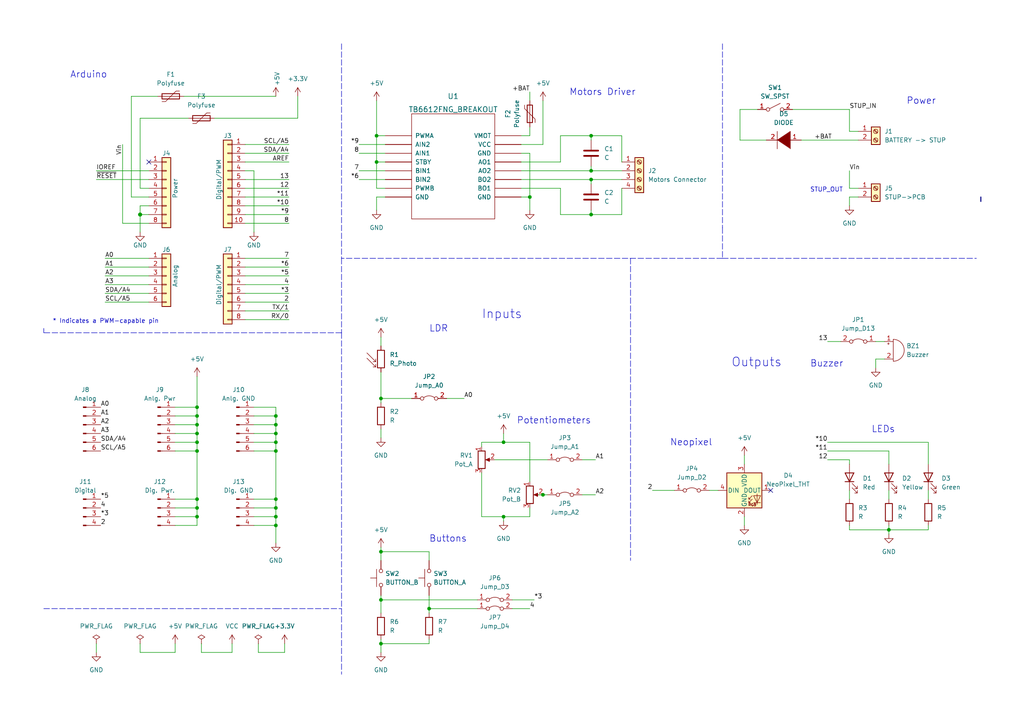
<source format=kicad_sch>
(kicad_sch (version 20211123) (generator eeschema)
  (paper "A4")
  (title_block (date "mar. 31 mars 2015"))
  (lib_symbols
    (symbol "Connector:Conn_01x04_Male" (pin_names (offset 1.016) hide)
      (property "Reference" "J" (at 0 5.08 0))
      (property "Value" "Conn_01x04_Male" (at 0 -7.62 0))
      (symbol "Conn_01x04_Male_1_1"
        (polyline (pts (xy 1.27 -5.08) (xy 0.8636 -5.08)) (stroke (width 0.1524)))
        (polyline (pts (xy 1.27 -2.54) (xy 0.8636 -2.54)) (stroke (width 0.1524)))
        (polyline (pts (xy 1.27 0) (xy 0.8636 0)) (stroke (width 0.1524)))
        (polyline (pts (xy 1.27 2.54) (xy 0.8636 2.54)) (stroke (width 0.1524)))
        (rectangle (start 0.8636 -4.953) (end 0 -5.207) (stroke (width 0.1524)) (fill (type outline)))
        (rectangle (start 0.8636 -2.413) (end 0 -2.667) (stroke (width 0.1524)) (fill (type outline)))
        (rectangle (start 0.8636 0.127) (end 0 -0.127) (stroke (width 0.1524)) (fill (type outline)))
        (rectangle (start 0.8636 2.667) (end 0 2.413) (stroke (width 0.1524)) (fill (type outline)))
        (pin passive line (at 5.08 2.54 180) (length 3.81) (name "Pin_1") (number "1"))
        (pin passive line (at 5.08 0 180) (length 3.81) (name "Pin_2") (number "2"))
        (pin passive line (at 5.08 -2.54 180) (length 3.81) (name "Pin_3") (number "3"))
        (pin passive line (at 5.08 -5.08 180) (length 3.81) (name "Pin_4") (number "4"))
      )
    )
    (symbol "Connector:Conn_01x06_Male" (pin_names (offset 1.016) hide)
      (property "Reference" "J" (at 0 7.62 0))
      (property "Value" "Conn_01x06_Male" (at 0 -10.16 0))
      (symbol "Conn_01x06_Male_1_1"
        (polyline (pts (xy 1.27 -7.62) (xy 0.8636 -7.62)) (stroke (width 0.1524)))
        (polyline (pts (xy 1.27 -5.08) (xy 0.8636 -5.08)) (stroke (width 0.1524)))
        (polyline (pts (xy 1.27 -2.54) (xy 0.8636 -2.54)) (stroke (width 0.1524)))
        (polyline (pts (xy 1.27 0) (xy 0.8636 0)) (stroke (width 0.1524)))
        (polyline (pts (xy 1.27 2.54) (xy 0.8636 2.54)) (stroke (width 0.1524)))
        (polyline (pts (xy 1.27 5.08) (xy 0.8636 5.08)) (stroke (width 0.1524)))
        (rectangle (start 0.8636 -7.493) (end 0 -7.747) (stroke (width 0.1524)) (fill (type outline)))
        (rectangle (start 0.8636 -4.953) (end 0 -5.207) (stroke (width 0.1524)) (fill (type outline)))
        (rectangle (start 0.8636 -2.413) (end 0 -2.667) (stroke (width 0.1524)) (fill (type outline)))
        (rectangle (start 0.8636 0.127) (end 0 -0.127) (stroke (width 0.1524)) (fill (type outline)))
        (rectangle (start 0.8636 2.667) (end 0 2.413) (stroke (width 0.1524)) (fill (type outline)))
        (rectangle (start 0.8636 5.207) (end 0 4.953) (stroke (width 0.1524)) (fill (type outline)))
        (pin passive line (at 5.08 5.08 180) (length 3.81) (name "Pin_1") (number "1"))
        (pin passive line (at 5.08 2.54 180) (length 3.81) (name "Pin_2") (number "2"))
        (pin passive line (at 5.08 0 180) (length 3.81) (name "Pin_3") (number "3"))
        (pin passive line (at 5.08 -2.54 180) (length 3.81) (name "Pin_4") (number "4"))
        (pin passive line (at 5.08 -5.08 180) (length 3.81) (name "Pin_5") (number "5"))
        (pin passive line (at 5.08 -7.62 180) (length 3.81) (name "Pin_6") (number "6"))
      )
    )
    (symbol "Connector:Screw_Terminal_01x02" (pin_names (offset 1.016) hide)
      (property "Reference" "J" (at 0 2.54 0))
      (property "Value" "Screw_Terminal_01x02" (at 0 -5.08 0))
      (symbol "Screw_Terminal_01x02_1_1"
        (rectangle (start -1.27 1.27) (end 1.27 -3.81) (stroke (width 0.254)) (fill (type background)))
        (circle (center 0 -2.54) (radius 0.635) (stroke (width 0.1524)))
        (polyline (pts (xy -0.5334 -2.2098) (xy 0.3302 -3.048)) (stroke (width 0.1524)))
        (polyline (pts (xy -0.5334 0.3302) (xy 0.3302 -0.508)) (stroke (width 0.1524)))
        (polyline (pts (xy -0.3556 -2.032) (xy 0.508 -2.8702)) (stroke (width 0.1524)))
        (polyline (pts (xy -0.3556 0.508) (xy 0.508 -0.3302)) (stroke (width 0.1524)))
        (circle (center 0 0) (radius 0.635) (stroke (width 0.1524)))
        (pin passive line (at -5.08 0 0) (length 3.81) (name "Pin_1") (number "1"))
        (pin passive line (at -5.08 -2.54 0) (length 3.81) (name "Pin_2") (number "2"))
      )
    )
    (symbol "Connector:Screw_Terminal_01x04" (pin_names (offset 1.016) hide)
      (property "Reference" "J" (at 0 5.08 0))
      (property "Value" "Screw_Terminal_01x04" (at 0 -7.62 0))
      (symbol "Screw_Terminal_01x04_1_1"
        (rectangle (start -1.27 3.81) (end 1.27 -6.35) (stroke (width 0.254)) (fill (type background)))
        (circle (center 0 -5.08) (radius 0.635) (stroke (width 0.1524)))
        (circle (center 0 -2.54) (radius 0.635) (stroke (width 0.1524)))
        (polyline (pts (xy -0.5334 -4.7498) (xy 0.3302 -5.588)) (stroke (width 0.1524)))
        (polyline (pts (xy -0.5334 -2.2098) (xy 0.3302 -3.048)) (stroke (width 0.1524)))
        (polyline (pts (xy -0.5334 0.3302) (xy 0.3302 -0.508)) (stroke (width 0.1524)))
        (polyline (pts (xy -0.5334 2.8702) (xy 0.3302 2.032)) (stroke (width 0.1524)))
        (polyline (pts (xy -0.3556 -4.572) (xy 0.508 -5.4102)) (stroke (width 0.1524)))
        (polyline (pts (xy -0.3556 -2.032) (xy 0.508 -2.8702)) (stroke (width 0.1524)))
        (polyline (pts (xy -0.3556 0.508) (xy 0.508 -0.3302)) (stroke (width 0.1524)))
        (polyline (pts (xy -0.3556 3.048) (xy 0.508 2.2098)) (stroke (width 0.1524)))
        (circle (center 0 0) (radius 0.635) (stroke (width 0.1524)))
        (circle (center 0 2.54) (radius 0.635) (stroke (width 0.1524)))
        (pin passive line (at -5.08 2.54 0) (length 3.81) (name "Pin_1") (number "1"))
        (pin passive line (at -5.08 0 0) (length 3.81) (name "Pin_2") (number "2"))
        (pin passive line (at -5.08 -2.54 0) (length 3.81) (name "Pin_3") (number "3"))
        (pin passive line (at -5.08 -5.08 0) (length 3.81) (name "Pin_4") (number "4"))
      )
    )
    (symbol "Connector_Generic:Conn_01x06" (pin_names (offset 1.016) hide)
      (property "Reference" "J" (at 0 7.62 0))
      (property "Value" "Conn_01x06" (at 0 -10.16 0))
      (symbol "Conn_01x06_1_1"
        (rectangle (start -1.27 -7.493) (end 0 -7.747) (stroke (width 0.1524)))
        (rectangle (start -1.27 -4.953) (end 0 -5.207) (stroke (width 0.1524)))
        (rectangle (start -1.27 -2.413) (end 0 -2.667) (stroke (width 0.1524)))
        (rectangle (start -1.27 0.127) (end 0 -0.127) (stroke (width 0.1524)))
        (rectangle (start -1.27 2.667) (end 0 2.413) (stroke (width 0.1524)))
        (rectangle (start -1.27 5.207) (end 0 4.953) (stroke (width 0.1524)))
        (rectangle (start -1.27 6.35) (end 1.27 -8.89) (stroke (width 0.254)) (fill (type background)))
        (pin passive line (at -5.08 5.08 0) (length 3.81) (name "Pin_1") (number "1"))
        (pin passive line (at -5.08 2.54 0) (length 3.81) (name "Pin_2") (number "2"))
        (pin passive line (at -5.08 0 0) (length 3.81) (name "Pin_3") (number "3"))
        (pin passive line (at -5.08 -2.54 0) (length 3.81) (name "Pin_4") (number "4"))
        (pin passive line (at -5.08 -5.08 0) (length 3.81) (name "Pin_5") (number "5"))
        (pin passive line (at -5.08 -7.62 0) (length 3.81) (name "Pin_6") (number "6"))
      )
    )
    (symbol "Connector_Generic:Conn_01x08" (pin_names (offset 1.016) hide)
      (property "Reference" "J" (at 0 10.16 0))
      (property "Value" "Conn_01x08" (at 0 -12.7 0))
      (symbol "Conn_01x08_1_1"
        (rectangle (start -1.27 -10.033) (end 0 -10.287) (stroke (width 0.1524)))
        (rectangle (start -1.27 -7.493) (end 0 -7.747) (stroke (width 0.1524)))
        (rectangle (start -1.27 -4.953) (end 0 -5.207) (stroke (width 0.1524)))
        (rectangle (start -1.27 -2.413) (end 0 -2.667) (stroke (width 0.1524)))
        (rectangle (start -1.27 0.127) (end 0 -0.127) (stroke (width 0.1524)))
        (rectangle (start -1.27 2.667) (end 0 2.413) (stroke (width 0.1524)))
        (rectangle (start -1.27 5.207) (end 0 4.953) (stroke (width 0.1524)))
        (rectangle (start -1.27 7.747) (end 0 7.493) (stroke (width 0.1524)))
        (rectangle (start -1.27 8.89) (end 1.27 -11.43) (stroke (width 0.254)) (fill (type background)))
        (pin passive line (at -5.08 7.62 0) (length 3.81) (name "Pin_1") (number "1"))
        (pin passive line (at -5.08 5.08 0) (length 3.81) (name "Pin_2") (number "2"))
        (pin passive line (at -5.08 2.54 0) (length 3.81) (name "Pin_3") (number "3"))
        (pin passive line (at -5.08 0 0) (length 3.81) (name "Pin_4") (number "4"))
        (pin passive line (at -5.08 -2.54 0) (length 3.81) (name "Pin_5") (number "5"))
        (pin passive line (at -5.08 -5.08 0) (length 3.81) (name "Pin_6") (number "6"))
        (pin passive line (at -5.08 -7.62 0) (length 3.81) (name "Pin_7") (number "7"))
        (pin passive line (at -5.08 -10.16 0) (length 3.81) (name "Pin_8") (number "8"))
      )
    )
    (symbol "Connector_Generic:Conn_01x10" (pin_names (offset 1.016) hide)
      (property "Reference" "J" (at 0 12.7 0))
      (property "Value" "Conn_01x10" (at 0 -15.24 0))
      (symbol "Conn_01x10_1_1"
        (rectangle (start -1.27 -12.573) (end 0 -12.827) (stroke (width 0.1524)))
        (rectangle (start -1.27 -10.033) (end 0 -10.287) (stroke (width 0.1524)))
        (rectangle (start -1.27 -7.493) (end 0 -7.747) (stroke (width 0.1524)))
        (rectangle (start -1.27 -4.953) (end 0 -5.207) (stroke (width 0.1524)))
        (rectangle (start -1.27 -2.413) (end 0 -2.667) (stroke (width 0.1524)))
        (rectangle (start -1.27 0.127) (end 0 -0.127) (stroke (width 0.1524)))
        (rectangle (start -1.27 2.667) (end 0 2.413) (stroke (width 0.1524)))
        (rectangle (start -1.27 5.207) (end 0 4.953) (stroke (width 0.1524)))
        (rectangle (start -1.27 7.747) (end 0 7.493) (stroke (width 0.1524)))
        (rectangle (start -1.27 10.287) (end 0 10.033) (stroke (width 0.1524)))
        (rectangle (start -1.27 11.43) (end 1.27 -13.97) (stroke (width 0.254)) (fill (type background)))
        (pin passive line (at -5.08 10.16 0) (length 3.81) (name "Pin_1") (number "1"))
        (pin passive line (at -5.08 -12.7 0) (length 3.81) (name "Pin_10") (number "10"))
        (pin passive line (at -5.08 7.62 0) (length 3.81) (name "Pin_2") (number "2"))
        (pin passive line (at -5.08 5.08 0) (length 3.81) (name "Pin_3") (number "3"))
        (pin passive line (at -5.08 2.54 0) (length 3.81) (name "Pin_4") (number "4"))
        (pin passive line (at -5.08 0 0) (length 3.81) (name "Pin_5") (number "5"))
        (pin passive line (at -5.08 -2.54 0) (length 3.81) (name "Pin_6") (number "6"))
        (pin passive line (at -5.08 -5.08 0) (length 3.81) (name "Pin_7") (number "7"))
        (pin passive line (at -5.08 -7.62 0) (length 3.81) (name "Pin_8") (number "8"))
        (pin passive line (at -5.08 -10.16 0) (length 3.81) (name "Pin_9") (number "9"))
      )
    )
    (symbol "Device:Buzzer" (pin_names (offset 0.0254) hide)
      (property "Reference" "BZ" (at 3.81 1.27 0))
      (property "Value" "Buzzer" (at 3.81 -1.27 0))
      (symbol "Buzzer_0_1"
        (arc (start 0 -3.175) (mid 3.175 0) (end 0 3.175))
        (polyline (pts (xy -1.651 1.905) (xy -1.143 1.905)))
        (polyline (pts (xy -1.397 2.159) (xy -1.397 1.651)))
        (polyline (pts (xy 0 3.175) (xy 0 -3.175)))
      )
      (symbol "Buzzer_1_1"
        (pin passive line (at -2.54 2.54 0) (length 2.54) (name "-") (number "1"))
        (pin passive line (at -2.54 -2.54 0) (length 2.54) (name "+") (number "2"))
      )
    )
    (symbol "Device:C" (pin_numbers hide) (pin_names (offset 0.254))
      (property "Reference" "C" (at 0.635 2.54 0))
      (property "Value" "C" (at 0.635 -2.54 0))
      (symbol "C_0_1"
        (polyline (pts (xy -2.032 -0.762) (xy 2.032 -0.762)) (stroke (width 0.508)))
        (polyline (pts (xy -2.032 0.762) (xy 2.032 0.762)) (stroke (width 0.508)))
      )
      (symbol "C_1_1"
        (pin passive line (at 0 3.81 270) (length 2.794) (name "~") (number "1"))
        (pin passive line (at 0 -3.81 90) (length 2.794) (name "~") (number "2"))
      )
    )
    (symbol "Device:LED" (pin_numbers hide) (pin_names (offset 1.016) hide)
      (property "Reference" "D" (at 0 2.54 0))
      (property "Value" "LED" (at 0 -2.54 0))
      (symbol "LED_0_1"
        (polyline (pts (xy -1.27 -1.27) (xy -1.27 1.27)) (stroke (width 0.254)))
        (polyline (pts (xy -1.27 0) (xy 1.27 0)))
        (polyline (pts (xy 1.27 -1.27) (xy 1.27 1.27) (xy -1.27 0) (xy 1.27 -1.27)) (stroke (width 0.254)))
        (polyline (pts (xy -3.048 -0.762) (xy -4.572 -2.286) (xy -3.81 -2.286) (xy -4.572 -2.286) (xy -4.572 -1.524)))
        (polyline (pts (xy -1.778 -0.762) (xy -3.302 -2.286) (xy -2.54 -2.286) (xy -3.302 -2.286) (xy -3.302 -1.524)))
      )
      (symbol "LED_1_1"
        (pin passive line (at -3.81 0 0) (length 2.54) (name "K") (number "1"))
        (pin passive line (at 3.81 0 180) (length 2.54) (name "A") (number "2"))
      )
    )
    (symbol "Device:Polyfuse" (pin_numbers hide) (pin_names (offset 0))
      (property "Reference" "F" (at -2.54 0 90))
      (property "Value" "Polyfuse" (at 2.54 0 90))
      (symbol "Polyfuse_0_1"
        (rectangle (start -0.762 2.54) (end 0.762 -2.54) (stroke (width 0.254)))
        (polyline (pts (xy 0 2.54) (xy 0 -2.54)))
        (polyline (pts (xy -1.524 2.54) (xy -1.524 1.524) (xy 1.524 -1.524) (xy 1.524 -2.54)))
      )
      (symbol "Polyfuse_1_1"
        (pin passive line (at 0 3.81 270) (length 1.27) (name "~") (number "1"))
        (pin passive line (at 0 -3.81 90) (length 1.27) (name "~") (number "2"))
      )
    )
    (symbol "Device:R" (pin_numbers hide) (pin_names (offset 0))
      (property "Reference" "R" (at 2.032 0 90))
      (property "Value" "R" (at 0 0 90))
      (symbol "R_0_1"
        (rectangle (start -1.016 -2.54) (end 1.016 2.54) (stroke (width 0.254)))
      )
      (symbol "R_1_1"
        (pin passive line (at 0 3.81 270) (length 1.27) (name "~") (number "1"))
        (pin passive line (at 0 -3.81 90) (length 1.27) (name "~") (number "2"))
      )
    )
    (symbol "Device:R_Photo" (pin_numbers hide) (pin_names (offset 0))
      (property "Reference" "R" (at 1.27 1.27 0))
      (property "Value" "R_Photo" (at 1.27 0 0))
      (symbol "R_Photo_0_1"
        (rectangle (start -1.016 2.54) (end 1.016 -2.54) (stroke (width 0.254)))
        (polyline (pts (xy -1.524 -2.286) (xy -4.064 0.254)))
        (polyline (pts (xy -1.524 -2.286) (xy -2.286 -2.286)))
        (polyline (pts (xy -1.524 -2.286) (xy -1.524 -1.524)))
        (polyline (pts (xy -1.524 -0.762) (xy -4.064 1.778)))
        (polyline (pts (xy -1.524 -0.762) (xy -2.286 -0.762)))
        (polyline (pts (xy -1.524 -0.762) (xy -1.524 0)))
      )
      (symbol "R_Photo_1_1"
        (pin passive line (at 0 3.81 270) (length 1.27) (name "~") (number "1"))
        (pin passive line (at 0 -3.81 90) (length 1.27) (name "~") (number "2"))
      )
    )
    (symbol "Device:R_Potentiometer" (pin_names (offset 1.016) hide)
      (property "Reference" "RV" (at -4.445 0 90))
      (property "Value" "R_Potentiometer" (at -2.54 0 90))
      (symbol "R_Potentiometer_0_1"
        (polyline (pts (xy 2.54 0) (xy 1.524 0)))
        (polyline (pts (xy 1.143 0) (xy 2.286 0.508) (xy 2.286 -0.508) (xy 1.143 0)) (fill (type outline)))
        (rectangle (start 1.016 2.54) (end -1.016 -2.54) (stroke (width 0.254)))
      )
      (symbol "R_Potentiometer_1_1"
        (pin passive line (at 0 3.81 270) (length 1.27) (name "1") (number "1"))
        (pin passive line (at 3.81 0 180) (length 1.27) (name "2") (number "2"))
        (pin passive line (at 0 -3.81 90) (length 1.27) (name "3") (number "3"))
      )
    )
    (symbol "Jumper:Jumper_2_Bridged" (pin_names (offset 0) hide)
      (property "Reference" "JP" (at 0 1.905 0))
      (property "Value" "Jumper_2_Bridged" (at 0 -2.54 0))
      (symbol "Jumper_2_Bridged_0_0"
        (circle (center -2.032 0) (radius 0.508))
        (circle (center 2.032 0) (radius 0.508))
      )
      (symbol "Jumper_2_Bridged_0_1"
        (arc (start 1.524 0.254) (mid 0 0.762) (end -1.524 0.254))
      )
      (symbol "Jumper_2_Bridged_1_1"
        (pin passive line (at -5.08 0 0) (length 2.54) (name "A") (number "1"))
        (pin passive line (at 5.08 0 180) (length 2.54) (name "B") (number "2"))
      )
    )
    (symbol "LED:NeoPixel_THT" (pin_names (offset 0.254))
      (property "Reference" "D" (at 5.08 5.715 0))
      (property "Value" "NeoPixel_THT" (at 1.27 -5.715 0))
      (symbol "NeoPixel_THT_0_0"
        (text "RGB" (at 2.286 -4.191 0) (effects (font (size 0.762 0.762))))
      )
      (symbol "NeoPixel_THT_0_1"
        (polyline (pts (xy 1.27 -3.556) (xy 1.778 -3.556)))
        (polyline (pts (xy 1.27 -2.54) (xy 1.778 -2.54)))
        (polyline (pts (xy 4.699 -3.556) (xy 2.667 -3.556)))
        (polyline (pts (xy 2.286 -2.54) (xy 1.27 -3.556) (xy 1.27 -3.048)))
        (polyline (pts (xy 2.286 -1.524) (xy 1.27 -2.54) (xy 1.27 -2.032)))
        (polyline (pts (xy 3.683 -1.016) (xy 3.683 -3.556) (xy 3.683 -4.064)))
        (polyline (pts (xy 4.699 -1.524) (xy 2.667 -1.524) (xy 3.683 -3.556) (xy 4.699 -1.524)))
        (rectangle (start 5.08 5.08) (end -5.08 -5.08) (stroke (width 0.254)) (fill (type background)))
      )
      (symbol "NeoPixel_THT_1_1"
        (pin output line (at 7.62 0 180) (length 2.54) (name "DOUT") (number "1"))
        (pin power_in line (at 0 -7.62 90) (length 2.54) (name "GND") (number "2"))
        (pin power_in line (at 0 7.62 270) (length 2.54) (name "VDD") (number "3"))
        (pin input line (at -7.62 0 0) (length 2.54) (name "DIN") (number "4"))
      )
    )
    (symbol "Switch:SW_Push" (pin_numbers hide) (pin_names (offset 1.016) hide)
      (property "Reference" "SW" (at 1.27 2.54 0))
      (property "Value" "SW_Push" (at 0 -1.524 0))
      (symbol "SW_Push_0_1"
        (circle (center -2.032 0) (radius 0.508))
        (polyline (pts (xy 0 1.27) (xy 0 3.048)))
        (polyline (pts (xy 2.54 1.27) (xy -2.54 1.27)))
        (circle (center 2.032 0) (radius 0.508))
        (pin passive line (at -5.08 0 0) (length 2.54) (name "1") (number "1"))
        (pin passive line (at 5.08 0 180) (length 2.54) (name "2") (number "2"))
      )
    )
    (symbol "Switch:SW_SPST" (pin_names (offset 0) hide)
      (property "Reference" "SW" (at 0 3.175 0))
      (property "Value" "SW_SPST" (at 0 -2.54 0))
      (symbol "SW_SPST_0_0"
        (circle (center -2.032 0) (radius 0.508))
        (polyline (pts (xy -1.524 0.254) (xy 1.524 1.778)))
        (circle (center 2.032 0) (radius 0.508))
      )
      (symbol "SW_SPST_1_1"
        (pin passive line (at -5.08 0 0) (length 2.54) (name "A") (number "1"))
        (pin passive line (at 5.08 0 180) (length 2.54) (name "B") (number "2"))
      )
    )
    (symbol "bl_kicad:TB6612FNG_BREAKOUT" (pin_numbers hide) (pin_names (offset 1.016))
      (property "Reference" "U" (at 13.97 15.24 0))
      (property "Value" "TB6612FNG_BREAKOUT" (at 0 1.27 90))
      (symbol "TB6612FNG_BREAKOUT_0_1"
        (rectangle (start -12.7 16.51) (end 11.43 -13.97))
      )
      (symbol "TB6612FNG_BREAKOUT_1_1"
        (pin input line (at -20.32 10.16 0) (length 7.62) (name "VMOT") (number "1"))
        (pin input line (at 19.05 -5.08 180) (length 7.62) (name "PWMB") (number "10"))
        (pin input line (at 19.05 -2.54 180) (length 7.62) (name "BIN2") (number "11"))
        (pin input line (at 19.05 0 180) (length 7.62) (name "BIN1") (number "12"))
        (pin input line (at 19.05 2.54 180) (length 7.62) (name "STBY") (number "13"))
        (pin input line (at 19.05 5.08 180) (length 7.62) (name "AIN1") (number "14"))
        (pin input line (at 19.05 7.62 180) (length 7.62) (name "AIN2") (number "15"))
        (pin input line (at 19.05 10.16 180) (length 7.62) (name "PWMA") (number "16"))
        (pin input line (at -20.32 7.62 0) (length 7.62) (name "VCC") (number "2"))
        (pin input line (at -20.32 5.08 0) (length 7.62) (name "GND") (number "3"))
        (pin output line (at -20.32 2.54 0) (length 7.62) (name "AO1") (number "4"))
        (pin output line (at -20.32 0 0) (length 7.62) (name "AO2") (number "5"))
        (pin output line (at -20.32 -2.54 0) (length 7.62) (name "BO2") (number "6"))
        (pin output line (at -20.32 -5.08 0) (length 7.62) (name "BO1") (number "7"))
        (pin input line (at -20.32 -7.62 0) (length 7.62) (name "GND") (number "8"))
        (pin input line (at 19.05 -7.62 180) (length 7.62) (name "GND") (number "9"))
      )
    )
    (symbol "power:+3.3V" (power) (pin_names (offset 0))
      (property "Value" "+3.3V" (at 0 3.556 0))
      (symbol "+3.3V_0_1"
        (polyline (pts (xy -0.762 1.27) (xy 0 2.54)))
        (polyline (pts (xy 0 0) (xy 0 2.54)))
        (polyline (pts (xy 0 2.54) (xy 0.762 1.27)))
      )
      (symbol "+3.3V_1_1"
        (pin power_in line (at 0 0 90) (length 0) hide (name "+3.3V") (number "1"))
      )
    )
    (symbol "power:+5V" (power) (pin_names (offset 0))
      (property "Value" "+5V" (at 0 3.556 0))
      (symbol "+5V_0_1"
        (polyline (pts (xy -0.762 1.27) (xy 0 2.54)))
        (polyline (pts (xy 0 0) (xy 0 2.54)))
        (polyline (pts (xy 0 2.54) (xy 0.762 1.27)))
      )
      (symbol "+5V_1_1"
        (pin power_in line (at 0 0 90) (length 0) hide (name "+5V") (number "1"))
      )
    )
    (symbol "power:GND" (power) (pin_names (offset 0))
      (property "Value" "GND" (at 0 -3.81 0))
      (symbol "GND_0_1"
        (polyline (pts (xy 0 0) (xy 0 -1.27) (xy 1.27 -1.27) (xy 0 -2.54) (xy -1.27 -1.27) (xy 0 -1.27)))
      )
      (symbol "GND_1_1"
        (pin power_in line (at 0 0 270) (length 0) hide (name "GND") (number "1"))
      )
    )
    (symbol "power:PWR_FLAG" (power) (pin_numbers hide) (pin_names (offset 0) hide)
      (property "Value" "PWR_FLAG" (at 0 3.81 0))
      (symbol "PWR_FLAG_0_0"
        (pin power_out line (at 0 0 90) (length 0) (name "pwr") (number "1"))
      )
      (symbol "PWR_FLAG_0_1"
        (polyline (pts (xy 0 0) (xy 0 1.27) (xy -1.016 1.905) (xy 0 2.54) (xy 1.016 1.905) (xy 0 1.27)))
      )
    )
    (symbol "power:VCC" (power) (pin_names (offset 0))
      (property "Value" "VCC" (at 0 3.81 0))
      (symbol "VCC_0_1"
        (polyline (pts (xy -0.762 1.27) (xy 0 2.54)))
        (polyline (pts (xy 0 0) (xy 0 2.54)))
        (polyline (pts (xy 0 2.54) (xy 0.762 1.27)))
      )
      (symbol "VCC_1_1"
        (pin power_in line (at 0 0 90) (length 0) hide (name "VCC") (number "1"))
      )
    )
    (symbol "pspice:DIODE" (pin_names (offset 1.016) hide)
      (property "Reference" "D" (at 0 3.81 0))
      (property "Value" "DIODE" (at 0 -4.445 0))
      (symbol "DIODE_0_1"
        (polyline (pts (xy 1.905 2.54) (xy 1.905 -2.54)))
        (polyline (pts (xy -1.905 2.54) (xy -1.905 -2.54) (xy 1.905 0)) (fill (type outline)))
      )
      (symbol "DIODE_1_1"
        (pin input line (at -5.08 0 0) (length 3.81) (name "K") (number "1"))
        (pin input line (at 5.08 0 180) (length 3.81) (name "A") (number "2"))
      )
    )
  )
  (junction (at 124.46 176.53))
  (junction (at 57.15 118.11))
  (junction (at 57.15 125.73))
  (junction (at 57.15 123.19))
  (junction (at 171.45 39.37))
  (junction (at 110.49 115.57))
  (junction (at 80.01 149.86))
  (junction (at 80.01 123.19))
  (junction (at 40.64 62.23) (diameter 1.016))
  (junction (at 110.49 173.99))
  (junction (at 80.01 125.73))
  (junction (at 80.01 144.78))
  (junction (at 57.15 128.27))
  (junction (at 80.01 130.81))
  (junction (at 157.48 143.51))
  (junction (at 110.49 160.02))
  (junction (at 109.22 39.37))
  (junction (at 57.15 144.78))
  (junction (at 57.15 130.81))
  (junction (at 171.45 62.23))
  (junction (at 257.81 153.67))
  (junction (at 80.01 147.32))
  (junction (at 57.15 120.65))
  (junction (at 153.67 57.15))
  (junction (at 109.22 46.99))
  (junction (at 80.01 120.65))
  (junction (at 146.05 149.86))
  (junction (at 57.15 147.32))
  (junction (at 171.45 49.53))
  (junction (at 80.01 128.27))
  (junction (at 110.49 186.69))
  (junction (at 146.05 128.27))
  (junction (at 80.01 152.4))
  (junction (at 57.15 149.86))
  (junction (at 171.45 52.07))
  (no_connect (at 43.18 46.99))
  (no_connect (at 223.52 142.24))
  (wire (pts (xy 71.12 92.71) (xy 83.82 92.71)))
  (wire (pts (xy 257.81 142.24) (xy 257.81 144.78)))
  (wire (pts (xy 110.49 97.79) (xy 110.49 100.33)))
  (polyline (pts (xy 209.55 12.7) (xy 209.55 66.04)))
  (polyline (pts (xy 209.55 74.93) (xy 99.06 74.93)))
  (wire (pts (xy 71.12 59.69) (xy 83.82 59.69)))
  (wire (pts (xy 80.01 125.73) (xy 80.01 123.19)))
  (wire (pts (xy 246.38 134.62) (xy 246.38 133.35)))
  (wire (pts (xy 240.03 133.35) (xy 246.38 133.35)))
  (wire (pts (xy 153.67 128.27) (xy 153.67 139.7)))
  (wire (pts (xy 162.56 46.99) (xy 162.56 39.37)))
  (wire (pts (xy 71.12 41.91) (xy 83.82 41.91)))
  (wire (pts (xy 110.49 124.46) (xy 110.49 127)))
  (wire (pts (xy 40.64 34.29) (xy 54.61 34.29)))
  (wire (pts (xy 86.36 27.94) (xy 86.36 34.29)))
  (wire (pts (xy 153.67 44.45) (xy 153.67 57.15)))
  (wire (pts (xy 151.13 49.53) (xy 171.45 49.53)))
  (wire (pts (xy 157.48 143.51) (xy 158.75 143.51)))
  (wire (pts (xy 257.81 134.62) (xy 257.81 130.81)))
  (wire (pts (xy 124.46 176.53) (xy 124.46 177.8)))
  (wire (pts (xy 40.64 59.69) (xy 40.64 62.23)))
  (wire (pts (xy 248.92 57.15) (xy 246.38 57.15)))
  (wire (pts (xy 30.48 87.63) (xy 43.18 87.63)))
  (wire (pts (xy 57.15 120.65) (xy 57.15 118.11)))
  (wire (pts (xy 168.91 143.51) (xy 172.72 143.51)))
  (wire (pts (xy 110.49 107.95) (xy 110.49 115.57)))
  (wire (pts (xy 269.24 134.62) (xy 269.24 128.27)))
  (wire (pts (xy 139.7 128.27) (xy 146.05 128.27)))
  (wire (pts (xy 254 99.06) (xy 256.54 99.06)))
  (wire (pts (xy 110.49 173.99) (xy 110.49 177.8)))
  (wire (pts (xy 240.03 99.06) (xy 243.84 99.06)))
  (wire (pts (xy 110.49 173.99) (xy 138.43 173.99)))
  (wire (pts (xy 215.9 149.86) (xy 215.9 152.4)))
  (wire (pts (xy 50.8 147.32) (xy 57.15 147.32)))
  (wire (pts (xy 171.45 52.07) (xy 180.34 52.07)))
  (wire (pts (xy 80.01 128.27) (xy 80.01 125.73)))
  (wire (pts (xy 40.64 62.23) (xy 40.64 67.31)))
  (wire (pts (xy 57.15 128.27) (xy 57.15 125.73)))
  (wire (pts (xy 146.05 128.27) (xy 153.67 128.27)))
  (wire (pts (xy 38.1 27.94) (xy 45.72 27.94)))
  (wire (pts (xy 40.64 54.61) (xy 43.18 54.61)))
  (wire (pts (xy 162.56 39.37) (xy 171.45 39.37)))
  (wire (pts (xy 38.1 57.15) (xy 43.18 57.15)))
  (wire (pts (xy 57.15 125.73) (xy 57.15 123.19)))
  (wire (pts (xy 50.8 123.19) (xy 57.15 123.19)))
  (wire (pts (xy 171.45 39.37) (xy 180.34 39.37)))
  (wire (pts (xy 240.03 130.81) (xy 257.81 130.81)))
  (wire (pts (xy 240.03 128.27) (xy 269.24 128.27)))
  (wire (pts (xy 148.59 176.53) (xy 153.67 176.53)))
  (wire (pts (xy 71.12 52.07) (xy 83.82 52.07)))
  (wire (pts (xy 73.66 147.32) (xy 80.01 147.32)))
  (polyline (pts (xy 99.06 74.93) (xy 99.06 96.52)))
  (wire (pts (xy 71.12 74.93) (xy 83.82 74.93)))
  (wire (pts (xy 50.8 120.65) (xy 57.15 120.65)))
  (wire (pts (xy 43.18 74.93) (xy 30.48 74.93)))
  (wire (pts (xy 104.14 41.91) (xy 111.76 41.91)))
  (wire (pts (xy 71.12 54.61) (xy 83.82 54.61)))
  (wire (pts (xy 189.23 142.24) (xy 195.58 142.24)))
  (wire (pts (xy 27.94 186.69) (xy 27.94 189.23)))
  (polyline (pts (xy 99.06 96.52) (xy 12.7 96.52)))
  (wire (pts (xy 71.12 77.47) (xy 83.82 77.47)))
  (wire (pts (xy 110.49 115.57) (xy 110.49 116.84)))
  (wire (pts (xy 139.7 129.54) (xy 139.7 128.27)))
  (wire (pts (xy 153.67 39.37) (xy 153.67 36.83)))
  (polyline (pts (xy 80.01 176.53) (xy 99.06 176.53)))
  (wire (pts (xy 74.93 186.69) (xy 74.93 189.23)))
  (wire (pts (xy 104.14 44.45) (xy 111.76 44.45)))
  (wire (pts (xy 153.67 149.86) (xy 153.67 147.32)))
  (wire (pts (xy 139.7 137.16) (xy 139.7 149.86)))
  (wire (pts (xy 146.05 149.86) (xy 146.05 151.13)))
  (wire (pts (xy 156.21 143.51) (xy 157.48 143.51)))
  (wire (pts (xy 57.15 152.4) (xy 57.15 149.86)))
  (wire (pts (xy 124.46 176.53) (xy 138.43 176.53)))
  (wire (pts (xy 151.13 46.99) (xy 162.56 46.99)))
  (wire (pts (xy 110.49 160.02) (xy 110.49 162.56)))
  (wire (pts (xy 50.8 130.81) (xy 57.15 130.81)))
  (wire (pts (xy 246.38 57.15) (xy 246.38 59.69)))
  (wire (pts (xy 71.12 62.23) (xy 83.82 62.23)))
  (wire (pts (xy 153.67 26.67) (xy 153.67 29.21)))
  (polyline (pts (xy 12.7 176.53) (xy 80.01 176.53)))
  (polyline (pts (xy 182.88 74.93) (xy 182.88 162.56)))
  (polyline (pts (xy 209.55 74.93) (xy 283.21 74.93)))
  (wire (pts (xy 246.38 142.24) (xy 246.38 144.78)))
  (wire (pts (xy 71.12 82.55) (xy 83.82 82.55)))
  (wire (pts (xy 205.74 142.24) (xy 208.28 142.24)))
  (wire (pts (xy 269.24 152.4) (xy 269.24 153.67)))
  (wire (pts (xy 73.66 123.19) (xy 80.01 123.19)))
  (wire (pts (xy 80.01 149.86) (xy 80.01 147.32)))
  (wire (pts (xy 171.45 49.53) (xy 180.34 49.53)))
  (wire (pts (xy 248.92 54.61) (xy 246.38 54.61)))
  (wire (pts (xy 27.94 49.53) (xy 43.18 49.53)))
  (wire (pts (xy 153.67 57.15) (xy 153.67 60.96)))
  (wire (pts (xy 254 104.14) (xy 256.54 104.14)))
  (wire (pts (xy 143.51 133.35) (xy 158.75 133.35)))
  (wire (pts (xy 109.22 46.99) (xy 111.76 46.99)))
  (wire (pts (xy 40.64 34.29) (xy 40.64 54.61)))
  (wire (pts (xy 50.8 186.69) (xy 50.8 189.23)))
  (wire (pts (xy 111.76 54.61) (xy 109.22 54.61)))
  (wire (pts (xy 80.01 120.65) (xy 73.66 120.65)))
  (wire (pts (xy 248.92 38.1) (xy 246.38 38.1)))
  (wire (pts (xy 162.56 54.61) (xy 162.56 62.23)))
  (wire (pts (xy 80.01 123.19) (xy 80.01 120.65)))
  (wire (pts (xy 73.66 49.53) (xy 73.66 67.31)))
  (wire (pts (xy 214.63 40.64) (xy 214.63 31.75)))
  (wire (pts (xy 151.13 39.37) (xy 153.67 39.37)))
  (wire (pts (xy 58.42 186.69) (xy 58.42 189.23)))
  (wire (pts (xy 109.22 29.21) (xy 109.22 39.37)))
  (wire (pts (xy 80.01 147.32) (xy 80.01 144.78)))
  (wire (pts (xy 110.49 186.69) (xy 110.49 189.23)))
  (wire (pts (xy 71.12 46.99) (xy 83.82 46.99)))
  (wire (pts (xy 73.66 128.27) (xy 80.01 128.27)))
  (wire (pts (xy 180.34 46.99) (xy 180.34 39.37)))
  (wire (pts (xy 215.9 132.08) (xy 215.9 134.62)))
  (wire (pts (xy 257.81 153.67) (xy 269.24 153.67)))
  (bus (pts (xy 284.48 57.15) (xy 284.48 58.42)))
  (wire (pts (xy 232.41 40.64) (xy 248.92 40.64)))
  (wire (pts (xy 73.66 125.73) (xy 80.01 125.73)))
  (wire (pts (xy 43.18 80.01) (xy 30.48 80.01)))
  (wire (pts (xy 27.94 52.07) (xy 43.18 52.07)))
  (wire (pts (xy 82.55 189.23) (xy 82.55 186.69)))
  (wire (pts (xy 43.18 62.23) (xy 40.64 62.23)))
  (wire (pts (xy 171.45 39.37) (xy 171.45 40.64)))
  (wire (pts (xy 168.91 133.35) (xy 172.72 133.35)))
  (wire (pts (xy 50.8 152.4) (xy 57.15 152.4)))
  (wire (pts (xy 171.45 48.26) (xy 171.45 49.53)))
  (wire (pts (xy 157.48 29.21) (xy 157.48 41.91)))
  (wire (pts (xy 109.22 57.15) (xy 109.22 60.96)))
  (wire (pts (xy 73.66 152.4) (xy 80.01 152.4)))
  (wire (pts (xy 151.13 52.07) (xy 171.45 52.07)))
  (wire (pts (xy 43.18 64.77) (xy 35.56 64.77)))
  (wire (pts (xy 67.31 186.69) (xy 67.31 189.23)))
  (wire (pts (xy 246.38 31.75) (xy 229.87 31.75)))
  (wire (pts (xy 30.48 77.47) (xy 43.18 77.47)))
  (wire (pts (xy 151.13 54.61) (xy 162.56 54.61)))
  (wire (pts (xy 148.59 173.99) (xy 154.94 173.99)))
  (wire (pts (xy 146.05 149.86) (xy 153.67 149.86)))
  (wire (pts (xy 50.8 149.86) (xy 57.15 149.86)))
  (wire (pts (xy 38.1 27.94) (xy 38.1 57.15)))
  (wire (pts (xy 110.49 158.75) (xy 110.49 160.02)))
  (wire (pts (xy 171.45 60.96) (xy 171.45 62.23)))
  (wire (pts (xy 151.13 41.91) (xy 157.48 41.91)))
  (wire (pts (xy 254 106.68) (xy 254 104.14)))
  (wire (pts (xy 139.7 149.86) (xy 146.05 149.86)))
  (wire (pts (xy 109.22 46.99) (xy 109.22 54.61)))
  (wire (pts (xy 180.34 54.61) (xy 180.34 62.23)))
  (wire (pts (xy 80.01 152.4) (xy 80.01 149.86)))
  (wire (pts (xy 74.93 189.23) (xy 82.55 189.23)))
  (wire (pts (xy 71.12 49.53) (xy 73.66 49.53)))
  (wire (pts (xy 57.15 123.19) (xy 57.15 120.65)))
  (wire (pts (xy 171.45 52.07) (xy 171.45 53.34)))
  (polyline (pts (xy 209.55 66.04) (xy 209.55 74.93)))
  (wire (pts (xy 43.18 59.69) (xy 40.64 59.69)))
  (wire (pts (xy 57.15 147.32) (xy 57.15 144.78)))
  (polyline (pts (xy 99.06 12.7) (xy 99.06 74.93)))
  (wire (pts (xy 257.81 152.4) (xy 257.81 153.67)))
  (wire (pts (xy 58.42 189.23) (xy 67.31 189.23)))
  (wire (pts (xy 71.12 57.15) (xy 83.82 57.15)))
  (wire (pts (xy 246.38 38.1) (xy 246.38 31.75)))
  (wire (pts (xy 73.66 144.78) (xy 80.01 144.78)))
  (wire (pts (xy 171.45 62.23) (xy 162.56 62.23)))
  (wire (pts (xy 269.24 142.24) (xy 269.24 144.78)))
  (wire (pts (xy 171.45 62.23) (xy 180.34 62.23)))
  (wire (pts (xy 71.12 80.01) (xy 83.82 80.01)))
  (wire (pts (xy 110.49 115.57) (xy 119.38 115.57)))
  (wire (pts (xy 80.01 130.81) (xy 80.01 128.27)))
  (wire (pts (xy 30.48 82.55) (xy 43.18 82.55)))
  (wire (pts (xy 246.38 49.53) (xy 246.38 54.61)))
  (wire (pts (xy 257.81 153.67) (xy 257.81 154.94)))
  (wire (pts (xy 110.49 172.72) (xy 110.49 173.99)))
  (wire (pts (xy 129.54 115.57) (xy 134.62 115.57)))
  (wire (pts (xy 50.8 125.73) (xy 57.15 125.73)))
  (wire (pts (xy 109.22 39.37) (xy 109.22 46.99)))
  (wire (pts (xy 151.13 57.15) (xy 153.67 57.15)))
  (wire (pts (xy 124.46 160.02) (xy 110.49 160.02)))
  (polyline (pts (xy 99.06 96.52) (xy 99.06 195.58)))
  (wire (pts (xy 246.38 152.4) (xy 246.38 153.67)))
  (wire (pts (xy 50.8 118.11) (xy 57.15 118.11)))
  (wire (pts (xy 151.13 44.45) (xy 153.67 44.45)))
  (wire (pts (xy 57.15 130.81) (xy 57.15 128.27)))
  (wire (pts (xy 40.64 186.69) (xy 40.64 189.23)))
  (wire (pts (xy 80.01 152.4) (xy 80.01 157.48)))
  (wire (pts (xy 109.22 39.37) (xy 111.76 39.37)))
  (wire (pts (xy 104.14 49.53) (xy 111.76 49.53)))
  (wire (pts (xy 73.66 130.81) (xy 80.01 130.81)))
  (wire (pts (xy 57.15 109.22) (xy 57.15 118.11)))
  (wire (pts (xy 71.12 44.45) (xy 83.82 44.45)))
  (polyline (pts (xy 12.7 95.25) (xy 12.7 96.52)))
  (wire (pts (xy 62.23 34.29) (xy 86.36 34.29)))
  (wire (pts (xy 71.12 87.63) (xy 83.82 87.63)))
  (wire (pts (xy 50.8 144.78) (xy 57.15 144.78)))
  (wire (pts (xy 214.63 31.75) (xy 219.71 31.75)))
  (wire (pts (xy 246.38 153.67) (xy 257.81 153.67)))
  (wire (pts (xy 111.76 57.15) (xy 109.22 57.15)))
  (wire (pts (xy 71.12 85.09) (xy 83.82 85.09)))
  (wire (pts (xy 104.14 52.07) (xy 111.76 52.07)))
  (wire (pts (xy 124.46 172.72) (xy 124.46 176.53)))
  (wire (pts (xy 73.66 149.86) (xy 80.01 149.86)))
  (wire (pts (xy 57.15 144.78) (xy 57.15 130.81)))
  (wire (pts (xy 80.01 118.11) (xy 80.01 120.65)))
  (wire (pts (xy 57.15 149.86) (xy 57.15 147.32)))
  (wire (pts (xy 124.46 186.69) (xy 110.49 186.69)))
  (wire (pts (xy 73.66 118.11) (xy 80.01 118.11)))
  (wire (pts (xy 71.12 90.17) (xy 83.82 90.17)))
  (wire (pts (xy 35.56 64.77) (xy 35.56 41.91)))
  (wire (pts (xy 53.34 27.94) (xy 80.01 27.94)))
  (wire (pts (xy 214.63 40.64) (xy 222.25 40.64)))
  (wire (pts (xy 124.46 162.56) (xy 124.46 160.02)))
  (wire (pts (xy 40.64 189.23) (xy 50.8 189.23)))
  (wire (pts (xy 43.18 85.09) (xy 30.48 85.09)))
  (wire (pts (xy 146.05 125.73) (xy 146.05 128.27)))
  (wire (pts (xy 80.01 144.78) (xy 80.01 130.81)))
  (wire (pts (xy 124.46 185.42) (xy 124.46 186.69)))
  (wire (pts (xy 71.12 64.77) (xy 83.82 64.77)))
  (wire (pts (xy 110.49 185.42) (xy 110.49 186.69)))
  (wire (pts (xy 50.8 128.27) (xy 57.15 128.27)))
  (text "Buzzer" (at 234.95 106.68 0) (effects (font (size 1.905 1.905)) (justify left bottom)))
  (text "Potentiometers" (at 149.86 123.19 0) (effects (font (size 1.905 1.905)) (justify left bottom)))
  (text "LDR" (at 124.46 96.52 0) (effects (font (size 1.905 1.905)) (justify left bottom)))
  (text "Motors Driver" (at 165.1 27.94 0) (effects (font (size 1.905 1.905)) (justify left bottom)))
  (text "LEDs" (at 252.73 125.73 0) (effects (font (size 1.905 1.905)) (justify left bottom)))
  (text "Outputs" (at 212.09 106.68 0) (effects (font (size 2.54 2.54)) (justify left bottom)))
  (text "Buttons" (at 124.46 157.48 0) (effects (font (size 1.905 1.905)) (justify left bottom)))
  (text "Power" (at 262.89 30.48 0) (effects (font (size 1.905 1.905)) (justify left bottom)))
  (text "Inputs" (at 139.7 92.71 0) (effects (font (size 2.54 2.54)) (justify left bottom)))
  (text "Neopixel" (at 194.31 129.54 0) (effects (font (size 1.905 1.905)) (justify left bottom)))
  (text "Arduino" (at 20.32 22.86 0) (effects (font (size 1.905 1.905)) (justify left bottom)))
  (text "* Indicates a PWM-capable pin" (at 15.24 93.98 0) (effects (font (size 1.27 1.27)) (justify left bottom)))
  (text "STUP_OUT\n" (at 234.95 55.88 0) (effects (font (size 1.27 1.27)) (justify left bottom)))
  (label "8" (at 104.14 44.45 180))
  (label "RX{slash}0" (at 83.82 92.71 180))
  (label "SDA{slash}A4" (at 29.21 128.27 0))
  (label "A2" (at 30.48 80.01 0))
  (label "4" (at 83.82 82.55 180))
  (label "SCL{slash}A5" (at 29.21 130.81 0))
  (label "*10" (at 240.03 128.27 180))
  (label "*3" (at 29.21 149.86 0))
  (label "STUP_IN" (at 246.38 31.75 0))
  (label "2" (at 83.82 87.63 180))
  (label "A3" (at 30.48 82.55 0))
  (label "4" (at 153.67 176.53 0))
  (label "13" (at 83.82 52.07 180))
  (label "A3" (at 29.21 125.73 0))
  (label "12" (at 83.82 54.61 180))
  (label "~{RESET}" (at 27.94 52.07 0))
  (label "*11" (at 240.03 130.81 180))
  (label "*10" (at 83.82 59.69 180))
  (label "Vin" (at 246.38 49.53 0))
  (label "7" (at 104.14 49.53 180))
  (label "+BAT" (at 153.67 26.67 180))
  (label "7" (at 83.82 74.93 180))
  (label "SDA{slash}A4" (at 83.82 44.45 180))
  (label "8" (at 83.82 64.77 180))
  (label "*11" (at 83.82 57.15 180))
  (label "2" (at 29.21 152.4 0))
  (label "*3" (at 83.82 85.09 180))
  (label "*9" (at 104.14 41.91 180))
  (label "*3" (at 154.94 173.99 0))
  (label "A1" (at 30.48 77.47 0))
  (label "TX{slash}1" (at 83.82 90.17 180))
  (label "A0" (at 30.48 74.93 0))
  (label "2" (at 189.23 142.24 180))
  (label "AREF" (at 83.82 46.99 180))
  (label "A0" (at 29.21 118.11 0))
  (label "A2" (at 172.72 143.51 0))
  (label "A1" (at 29.21 120.65 0))
  (label "Vin" (at 35.56 41.91 270))
  (label "*6" (at 83.82 77.47 180))
  (label "SCL{slash}A5" (at 83.82 41.91 180))
  (label "*9" (at 83.82 62.23 180))
  (label "+BAT" (at 241.3 40.64 180))
  (label "13" (at 240.03 99.06 180))
  (label "*5" (at 29.21 144.78 0))
  (label "*5" (at 83.82 80.01 180))
  (label "A1" (at 172.72 133.35 0))
  (label "IOREF" (at 27.94 49.53 0))
  (label "*6" (at 104.14 52.07 180))
  (label "SDA{slash}A4" (at 30.48 85.09 0))
  (label "A0" (at 134.62 115.57 0))
  (label "SCL{slash}A5" (at 30.48 87.63 0))
  (label "12" (at 240.03 133.35 180))
  (label "A2" (at 29.21 123.19 0))
  (label "4" (at 29.21 147.32 0))
  (symbol (lib_id "Connector_Generic:Conn_01x08") (at 48.26 54.61 0) (unit 1)
    (property "Reference" "J4" (at 48.26 44.45 0))
    (property "Value" "Power" (at 50.8 54.61 90))
    (property "Footprint" "Connector_PinSocket_2.54mm:PinSocket_1x08_P2.54mm_Vertical" (effects hide))
  )
  (symbol (lib_id "power:+5V") (at 80.01 27.94 0) (unit 1)
    (property "Reference" "#PWR01" (effects hide))
    (property "Value" "+5V" (at 80.3656 24.892 90) (effects (justify left)))
  )
  (symbol (lib_id "power:GND") (at 40.64 67.31 0) (unit 1)
    (property "Reference" "#PWR08" (effects hide))
    (property "Value" "GND" (at 40.64 71.12 0))
  )
  (symbol (lib_id "Connector_Generic:Conn_01x10") (at 66.04 52.07 0) (mirror y) (unit 1)
    (property "Reference" "J3" (at 66.04 39.37 0))
    (property "Value" "Digital/PWM" (at 63.5 52.07 90))
    (property "Footprint" "Connector_PinSocket_2.54mm:PinSocket_1x10_P2.54mm_Vertical" (effects hide))
  )
  (symbol (lib_id "power:GND") (at 73.66 67.31 0) (unit 1)
    (property "Reference" "#PWR09" (effects hide))
    (property "Value" "GND" (at 73.66 71.12 0))
  )
  (symbol (lib_id "Connector_Generic:Conn_01x06") (at 48.26 80.01 0) (unit 1)
    (property "Reference" "J6" (at 48.26 72.39 0))
    (property "Value" "Analog" (at 50.8 80.01 90))
    (property "Footprint" "Connector_PinSocket_2.54mm:PinSocket_1x06_P2.54mm_Vertical" (effects hide))
  )
  (symbol (lib_id "Connector_Generic:Conn_01x08") (at 66.04 82.55 0) (mirror y) (unit 1)
    (property "Reference" "J7" (at 66.04 72.39 0))
    (property "Value" "Digital/PWM" (at 63.5 82.55 90))
    (property "Footprint" "Connector_PinSocket_2.54mm:PinSocket_1x08_P2.54mm_Vertical" (effects hide))
  )
  (symbol (lib_id "Device:R_Photo") (at 110.49 104.14 0) (unit 1)
    (property "Reference" "R1" (at 113.03 102.8699 0) (effects (justify left)))
    (property "Value" "R_Photo" (at 113.03 105.4099 0) (effects (justify left)))
    (property "Footprint" "Resistor_THT:R_Axial_DIN0204_L3.6mm_D1.6mm_P2.54mm_Vertical" (effects hide))
  )
  (symbol (lib_id "power:+3.3V") (at 86.36 27.94 0) (unit 1)
    (property "Reference" "#PWR02" (effects hide))
    (property "Value" "+3.3V" (at 86.36 22.86 0))
  )
  (symbol (lib_id "power:+3.3V") (at 82.55 186.69 0) (unit 1)
    (property "Reference" "#PWR023" (effects hide))
    (property "Value" "+3.3V" (at 82.55 181.61 0))
  )
  (symbol (lib_id "Switch:SW_SPST") (at 224.79 31.75 0) (unit 1)
    (property "Reference" "SW1" (at 224.79 25.4 0))
    (property "Value" "SW_SPST" (at 224.79 27.94 0))
    (property "Footprint" "Button_Switch_THT:SW_CuK_OS102011MA1QN1_SPDT_Angled" (effects hide))
  )
  (symbol (lib_id "Switch:SW_Push") (at 124.46 167.64 90) (unit 1)
    (property "Reference" "SW3" (at 125.73 166.3699 90) (effects (justify right)))
    (property "Value" "BUTTON_A" (at 125.73 168.9099 90) (effects (justify right)))
    (property "Footprint" "Button_Switch_THT:SW_PUSH-12mm" (effects hide))
  )
  (symbol (lib_id "power:GND") (at 246.38 59.69 0) (unit 1)
    (property "Reference" "#PWR05" (effects hide))
    (property "Value" "GND" (at 246.38 64.77 0))
  )
  (symbol (lib_id "pspice:DIODE") (at 227.33 40.64 180) (unit 1)
    (property "Reference" "D5" (at 227.33 33.02 0))
    (property "Value" "DIODE" (at 227.33 35.56 0))
    (property "Footprint" "Diode_THT:D_DO-35_SOD27_P2.54mm_Vertical_AnodeUp" (effects hide))
  )
  (symbol (lib_id "power:PWR_FLAG") (at 27.94 186.69 0) (unit 1)
    (property "Reference" "#FLG01" (effects hide))
    (property "Value" "PWR_FLAG" (at 27.94 181.61 0))
  )
  (symbol (lib_id "Switch:SW_Push") (at 110.49 167.64 90) (unit 1)
    (property "Reference" "SW2" (at 111.76 166.3699 90) (effects (justify right)))
    (property "Value" "BUTTON_B" (at 111.76 168.9099 90) (effects (justify right)))
    (property "Footprint" "Button_Switch_THT:SW_PUSH-12mm" (effects hide))
  )
  (symbol (lib_id "power:+5V") (at 50.8 186.69 0) (unit 1)
    (property "Reference" "#PWR021" (effects hide))
    (property "Value" "+5V" (at 50.8 181.61 0))
  )
  (symbol (lib_id "power:+5V") (at 57.15 109.22 0) (unit 1)
    (property "Reference" "#PWR012" (effects hide))
    (property "Value" "+5V" (at 57.15 104.14 0))
  )
  (symbol (lib_id "Device:R") (at 269.24 148.59 0) (unit 1)
    (property "Reference" "R5" (at 271.78 147.3199 0) (effects (justify left)))
    (property "Value" "R" (at 271.78 149.8599 0) (effects (justify left)))
    (property "Footprint" "Resistor_THT:R_Axial_DIN0207_L6.3mm_D2.5mm_P7.62mm_Horizontal" (effects hide))
  )
  (symbol (lib_id "Device:Polyfuse") (at 153.67 33.02 180) (unit 1)
    (property "Reference" "F2" (at 147.32 33.02 90))
    (property "Value" "Polyfuse" (at 149.86 33.02 90))
    (property "Footprint" "Fuse:Fuse_BelFuse_0ZRE0005FF_L8.3mm_W3.8mm" (effects hide))
  )
  (symbol (lib_id "Device:R") (at 246.38 148.59 0) (unit 1)
    (property "Reference" "R3" (at 248.92 147.3199 0) (effects (justify left)))
    (property "Value" "R" (at 248.92 149.8599 0) (effects (justify left)))
    (property "Footprint" "Resistor_THT:R_Axial_DIN0207_L6.3mm_D2.5mm_P7.62mm_Horizontal" (effects hide))
  )
  (symbol (lib_id "power:GND") (at 110.49 127 0) (unit 1)
    (property "Reference" "#PWR014" (effects hide))
    (property "Value" "GND" (at 110.49 132.08 0))
  )
  (symbol (lib_id "Connector:Screw_Terminal_01x04") (at 185.42 49.53 0) (unit 1)
    (property "Reference" "J2" (at 187.96 49.5299 0) (effects (justify left)))
    (property "Value" "Motors Connector" (at 187.96 52.0699 0) (effects (justify left)))
    (property "Footprint" "TerminalBlock:TerminalBlock_bornier-4_P5.08mm" (effects hide))
  )
  (symbol (lib_id "power:GND") (at 257.81 154.94 0) (unit 1)
    (property "Reference" "#PWR018" (effects hide))
    (property "Value" "GND" (at 257.81 160.02 0))
  )
  (symbol (lib_id "Device:LED") (at 257.81 138.43 90) (unit 1)
    (property "Reference" "D2" (at 261.62 138.7474 90) (effects (justify right)))
    (property "Value" "Yellow" (at 261.62 141.2874 90) (effects (justify right)))
    (property "Footprint" "LED_THT:LED_D5.0mm" (effects hide))
  )
  (symbol (lib_id "Connector:Screw_Terminal_01x02") (at 254 54.61 0) (unit 1)
    (property "Reference" "J5" (at 256.54 54.6099 0) (effects (justify left)))
    (property "Value" "STUP->PCB" (at 256.54 57.1499 0) (effects (justify left)))
    (property "Footprint" "TerminalBlock:TerminalBlock_bornier-2_P5.08mm" (effects hide))
  )
  (symbol (lib_id "Device:Polyfuse") (at 49.53 27.94 90) (unit 1)
    (property "Reference" "F1" (at 49.53 21.59 90))
    (property "Value" "Polyfuse" (at 49.53 24.13 90))
    (property "Footprint" "Fuse:Fuse_BelFuse_0ZRE0005FF_L8.3mm_W3.8mm" (effects hide))
  )
  (symbol (lib_id "Jumper:Jumper_2_Bridged") (at 248.92 99.06 0) (mirror y) (unit 1)
    (property "Reference" "JP1" (at 248.92 92.71 0))
    (property "Value" "Jump_D13" (at 248.92 95.25 0))
    (property "Footprint" "Connector_PinHeader_2.54mm:PinHeader_1x02_P2.54mm_Vertical" (effects hide))
  )
  (symbol (lib_id "power:PWR_FLAG") (at 58.42 186.69 0) (unit 1)
    (property "Reference" "#FLG03" (effects hide))
    (property "Value" "PWR_FLAG" (at 58.42 181.61 0))
  )
  (symbol (lib_id "Connector:Conn_01x04_Male") (at 68.58 147.32 0) (unit 1)
    (property "Reference" "J13" (at 69.215 139.7 0))
    (property "Value" "Dig. GND" (at 69.215 142.24 0))
    (property "Footprint" "Connector_PinHeader_2.54mm:PinHeader_1x04_P2.54mm_Vertical" (effects hide))
  )
  (symbol (lib_id "power:VCC") (at 67.31 186.69 0) (unit 1)
    (property "Reference" "#PWR022" (effects hide))
    (property "Value" "VCC" (at 67.31 181.61 0))
  )
  (symbol (lib_id "Device:R") (at 257.81 148.59 0) (unit 1)
    (property "Reference" "R4" (at 260.35 147.3199 0) (effects (justify left)))
    (property "Value" "R" (at 260.35 149.8599 0) (effects (justify left)))
    (property "Footprint" "Resistor_THT:R_Axial_DIN0207_L6.3mm_D2.5mm_P7.62mm_Horizontal" (effects hide))
  )
  (symbol (lib_id "Jumper:Jumper_2_Bridged") (at 124.46 115.57 0) (unit 1)
    (property "Reference" "JP2" (at 124.46 109.22 0))
    (property "Value" "Jump_A0" (at 124.46 111.76 0))
    (property "Footprint" "Connector_PinHeader_2.54mm:PinHeader_1x02_P2.54mm_Vertical" (effects hide))
  )
  (symbol (lib_id "Jumper:Jumper_2_Bridged") (at 163.83 143.51 0) (unit 1)
    (property "Reference" "JP5" (at 163.83 146.05 0))
    (property "Value" "Jump_A2" (at 163.83 148.59 0))
    (property "Footprint" "Connector_PinHeader_2.54mm:PinHeader_1x02_P2.54mm_Vertical" (effects hide))
  )
  (symbol (lib_id "Connector:Screw_Terminal_01x02") (at 254 38.1 0) (unit 1)
    (property "Reference" "J1" (at 256.54 38.0999 0) (effects (justify left)))
    (property "Value" "BATTERY -> STUP" (at 256.54 40.6399 0) (effects (justify left)))
    (property "Footprint" "TerminalBlock:TerminalBlock_bornier-2_P5.08mm" (effects hide))
  )
  (symbol (lib_id "power:+5V") (at 110.49 97.79 0) (unit 1)
    (property "Reference" "#PWR010" (effects hide))
    (property "Value" "+5V" (at 110.49 92.71 0))
  )
  (symbol (lib_id "Device:C") (at 171.45 57.15 0) (unit 1)
    (property "Reference" "C2" (at 175.26 55.8799 0) (effects (justify left)))
    (property "Value" "C" (at 175.26 58.4199 0) (effects (justify left)))
    (property "Footprint" "Capacitor_THT:C_Disc_D5.0mm_W2.5mm_P5.00mm" (effects hide))
  )
  (symbol (lib_id "power:PWR_FLAG") (at 40.64 186.69 0) (unit 1)
    (property "Reference" "#FLG02" (effects hide))
    (property "Value" "PWR_FLAG" (at 40.64 181.61 0))
  )
  (symbol (lib_id "Device:Polyfuse") (at 58.42 34.29 90) (unit 1)
    (property "Reference" "F3" (at 58.42 27.94 90))
    (property "Value" "Polyfuse" (at 58.42 30.48 90))
    (property "Footprint" "Fuse:Fuse_BelFuse_0ZRE0005FF_L8.3mm_W3.8mm" (effects hide))
  )
  (symbol (lib_id "power:GND") (at 215.9 152.4 0) (unit 1)
    (property "Reference" "#PWR017" (effects hide))
    (property "Value" "GND" (at 215.9 157.48 0))
  )
  (symbol (lib_id "power:GND") (at 254 106.68 0) (unit 1)
    (property "Reference" "#PWR011" (effects hide))
    (property "Value" "GND" (at 254 111.76 0))
  )
  (symbol (lib_id "power:+5V") (at 146.05 125.73 0) (unit 1)
    (property "Reference" "#PWR013" (effects hide))
    (property "Value" "+5V" (at 146.05 120.65 0))
  )
  (symbol (lib_id "power:GND") (at 80.01 157.48 0) (unit 1)
    (property "Reference" "#PWR019" (effects hide))
    (property "Value" "GND" (at 80.01 162.56 0))
  )
  (symbol (lib_id "Connector:Conn_01x06_Male") (at 45.72 123.19 0) (unit 1)
    (property "Reference" "J9" (at 46.355 113.03 0))
    (property "Value" "Anlg. Pwr" (at 46.355 115.57 0))
    (property "Footprint" "Connector_PinHeader_2.54mm:PinHeader_1x06_P2.54mm_Vertical" (effects hide))
  )
  (symbol (lib_id "power:+5V") (at 215.9 132.08 0) (unit 1)
    (property "Reference" "#PWR015" (effects hide))
    (property "Value" "+5V" (at 215.9 127 0))
  )
  (symbol (lib_id "Device:R") (at 124.46 181.61 0) (unit 1)
    (property "Reference" "R7" (at 127 180.3399 0) (effects (justify left)))
    (property "Value" "R" (at 127 182.8799 0) (effects (justify left)))
    (property "Footprint" "Resistor_THT:R_Axial_DIN0207_L6.3mm_D2.5mm_P7.62mm_Horizontal" (effects hide))
  )
  (symbol (lib_id "power:PWR_FLAG") (at 74.93 186.69 0) (unit 1)
    (property "Reference" "#FLG04" (effects hide))
    (property "Value" "PWR_FLAG" (at 74.93 181.61 0))
  )
  (symbol (lib_id "Device:LED") (at 269.24 138.43 90) (unit 1)
    (property "Reference" "D3" (at 273.05 138.7474 90) (effects (justify right)))
    (property "Value" "Green" (at 273.05 141.2874 90) (effects (justify right)))
    (property "Footprint" "LED_THT:LED_D5.0mm" (effects hide))
  )
  (symbol (lib_id "Jumper:Jumper_2_Bridged") (at 143.51 176.53 0) (unit 1)
    (property "Reference" "JP7" (at 143.51 179.07 0))
    (property "Value" "Jump_D4" (at 143.51 181.61 0))
    (property "Footprint" "Connector_PinHeader_2.54mm:PinHeader_1x02_P2.54mm_Vertical" (effects hide))
  )
  (symbol (lib_id "Device:LED") (at 246.38 138.43 90) (unit 1)
    (property "Reference" "D1" (at 250.19 138.7474 90) (effects (justify right)))
    (property "Value" "Red" (at 250.19 141.2874 90) (effects (justify right)))
    (property "Footprint" "LED_THT:LED_D5.0mm" (effects hide))
  )
  (symbol (lib_id "power:GND") (at 110.49 189.23 0) (unit 1)
    (property "Reference" "#PWR025" (effects hide))
    (property "Value" "GND" (at 110.49 194.31 0))
  )
  (symbol (lib_id "Device:C") (at 171.45 44.45 0) (unit 1)
    (property "Reference" "C1" (at 175.26 43.1799 0) (effects (justify left)))
    (property "Value" "C" (at 175.26 45.7199 0) (effects (justify left)))
    (property "Footprint" "Capacitor_THT:C_Disc_D5.0mm_W2.5mm_P5.00mm" (effects hide))
  )
  (symbol (lib_id "power:GND") (at 27.94 189.23 0) (unit 1)
    (property "Reference" "#PWR024" (effects hide))
    (property "Value" "GND" (at 27.94 194.31 0))
  )
  (symbol (lib_id "LED:NeoPixel_THT") (at 215.9 142.24 0) (unit 1)
    (property "Reference" "D4" (at 228.6 137.9093 0))
    (property "Value" "NeoPixel_THT" (at 228.6 140.4493 0))
    (property "Footprint" "bl_kicad:NEOPIXEL_THT_D5.0mm-4_(OGVI)" (effects hide))
    (property "Datasheet" "https://www.adafruit.com/product/1938" (effects hide))
  )
  (symbol (lib_id "power:GND") (at 153.67 60.96 0) (unit 1)
    (property "Reference" "#PWR07" (effects hide))
    (property "Value" "GND" (at 153.67 66.04 0))
  )
  (symbol (lib_id "Jumper:Jumper_2_Bridged") (at 200.66 142.24 0) (unit 1)
    (property "Reference" "JP4" (at 200.66 135.89 0))
    (property "Value" "Jump_D2" (at 200.66 138.43 0))
    (property "Footprint" "Connector_PinHeader_2.54mm:PinHeader_1x02_P2.54mm_Vertical" (effects hide))
  )
  (symbol (lib_id "power:GND") (at 109.22 60.96 0) (unit 1)
    (property "Reference" "#PWR06" (effects hide))
    (property "Value" "GND" (at 109.22 66.04 0))
  )
  (symbol (lib_id "Connector:Conn_01x06_Male") (at 68.58 123.19 0) (unit 1)
    (property "Reference" "J10" (at 69.215 113.03 0))
    (property "Value" "Anlg. GND" (at 69.215 115.57 0))
    (property "Footprint" "Connector_PinHeader_2.54mm:PinHeader_1x06_P2.54mm_Vertical" (effects hide))
  )
  (symbol (lib_id "Device:R_Potentiometer") (at 153.67 143.51 0) (unit 1)
    (property "Reference" "RV2" (at 151.13 142.2399 0) (effects (justify right)))
    (property "Value" "Pot_B" (at 151.13 144.7799 0) (effects (justify right)))
    (property "Footprint" "bl_kicad:POT_SmallBlueArrow" (effects hide))
  )
  (symbol (lib_id "Connector:Conn_01x04_Male") (at 45.72 147.32 0) (unit 1)
    (property "Reference" "J12" (at 46.355 139.7 0))
    (property "Value" "Dig. Pwr." (at 46.355 142.24 0))
    (property "Footprint" "Connector_PinHeader_2.54mm:PinHeader_1x04_P2.54mm_Vertical" (effects hide))
  )
  (symbol (lib_id "Device:R") (at 110.49 181.61 0) (unit 1)
    (property "Reference" "R6" (at 113.03 180.3399 0) (effects (justify left)))
    (property "Value" "R" (at 113.03 182.8799 0) (effects (justify left)))
    (property "Footprint" "Resistor_THT:R_Axial_DIN0207_L6.3mm_D2.5mm_P7.62mm_Horizontal" (effects hide))
  )
  (symbol (lib_id "Jumper:Jumper_2_Bridged") (at 163.83 133.35 0) (unit 1)
    (property "Reference" "JP3" (at 163.83 127 0))
    (property "Value" "Jump_A1" (at 163.83 129.54 0))
    (property "Footprint" "Connector_PinHeader_2.54mm:PinHeader_1x02_P2.54mm_Vertical" (effects hide))
  )
  (symbol (lib_id "Connector:Conn_01x06_Male") (at 24.13 123.19 0) (unit 1)
    (property "Reference" "J8" (at 24.765 113.03 0))
    (property "Value" "Analog" (at 24.765 115.57 0))
    (property "Footprint" "Connector_PinHeader_2.54mm:PinHeader_1x06_P2.54mm_Vertical" (effects hide))
  )
  (symbol (lib_id "power:+5V") (at 110.49 158.75 0) (unit 1)
    (property "Reference" "#PWR020" (effects hide))
    (property "Value" "+5V" (at 110.49 153.67 0))
  )
  (symbol (lib_id "bl_kicad:TB6612FNG_BREAKOUT") (at 130.81 49.53 0) (mirror y) (unit 1)
    (property "Reference" "U1" (at 131.445 27.94 0) (effects (font (size 1.524 1.524))))
    (property "Value" "TB6612FNG_BREAKOUT" (at 131.445 31.75 0) (effects (font (size 1.524 1.524))))
    (property "Footprint" "bl_kicad:DIP-16_600" (effects hide))
  )
  (symbol (lib_id "power:+5V") (at 109.22 29.21 0) (unit 1)
    (property "Reference" "#PWR03" (effects hide))
    (property "Value" "+5V" (at 109.22 24.13 0))
  )
  (symbol (lib_id "Device:Buzzer") (at 259.08 101.6 0) (unit 1)
    (property "Reference" "BZ1" (at 262.89 100.3299 0) (effects (justify left)))
    (property "Value" "Buzzer" (at 262.89 102.8699 0) (effects (justify left)))
    (property "Footprint" "bl_kicad:Buzzer_11.45x8RM7" (effects hide))
  )
  (symbol (lib_id "Connector:Conn_01x04_Male") (at 24.13 147.32 0) (unit 1)
    (property "Reference" "J11" (at 24.765 139.7 0))
    (property "Value" "Digital" (at 24.765 142.24 0))
    (property "Footprint" "Connector_PinHeader_2.54mm:PinHeader_1x04_P2.54mm_Vertical" (effects hide))
  )
  (symbol (lib_id "Device:R") (at 110.49 120.65 0) (unit 1)
    (property "Reference" "R2" (at 113.03 119.3799 0) (effects (justify left)))
    (property "Value" "R" (at 113.03 121.9199 0) (effects (justify left)))
    (property "Footprint" "Resistor_THT:R_Axial_DIN0207_L6.3mm_D2.5mm_P7.62mm_Horizontal" (effects hide))
  )
  (symbol (lib_id "Device:R_Potentiometer") (at 139.7 133.35 0) (unit 1)
    (property "Reference" "RV1" (at 137.16 132.0799 0) (effects (justify right)))
    (property "Value" "Pot_A" (at 137.16 134.6199 0) (effects (justify right)))
    (property "Footprint" "bl_kicad:POT_SmallBlueArrow" (effects hide))
  )
  (symbol (lib_id "power:GND") (at 146.05 151.13 0) (unit 1)
    (property "Reference" "#PWR016" (effects hide))
    (property "Value" "GND" (at 146.05 156.21 0))
  )
  (symbol (lib_id "power:+5V") (at 157.48 29.21 0) (unit 1)
    (property "Reference" "#PWR04" (effects hide))
    (property "Value" "+5V" (at 157.48 24.13 0))
  )
  (symbol (lib_id "Jumper:Jumper_2_Bridged") (at 143.51 173.99 0) (unit 1)
    (property "Reference" "JP6" (at 143.51 167.64 0))
    (property "Value" "Jump_D3" (at 143.51 170.18 0))
    (property "Footprint" "Connector_PinHeader_2.54mm:PinHeader_1x02_P2.54mm_Vertical" (effects hide))
  )
)
</source>
